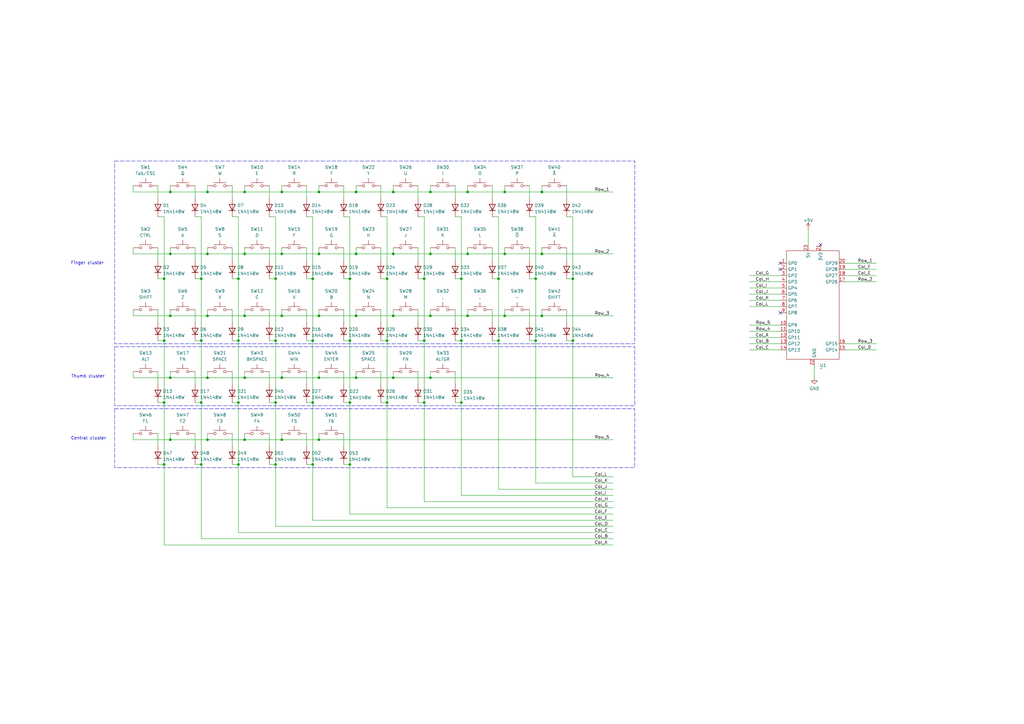
<source format=kicad_sch>
(kicad_sch (version 20231120) (generator "eeschema") (generator_version "8.0")
  (paper "A3")
  (title_block (title "CMDR Mainboard 51") (date "2020-02-04") (rev "01") (company "CMtec"))
  (junction (at 146.05 78.74))
  (junction (at 173.99 114.3))
  (junction (at 143.51 139.7))
  (junction (at 130.81 104.14))
  (junction (at 85.09 104.14))
  (junction (at 85.09 78.74))
  (junction (at 100.33 129.54))
  (junction (at 222.25 78.74))
  (junction (at 234.95 139.7))
  (junction (at 97.79 139.7))
  (junction (at 69.85 154.94))
  (junction (at 130.81 180.34))
  (junction (at 115.57 154.94))
  (junction (at 143.51 114.3))
  (junction (at 113.03 114.3))
  (junction (at 100.33 78.74))
  (junction (at 207.01 129.54))
  (junction (at 130.81 129.54))
  (junction (at 191.77 129.54))
  (junction (at 82.55 190.5))
  (junction (at 69.85 78.74))
  (junction (at 161.29 104.14))
  (junction (at 173.99 165.1))
  (junction (at 67.31 165.1))
  (junction (at 222.25 104.14))
  (junction (at 115.57 129.54))
  (junction (at 158.75 139.7))
  (junction (at 204.47 114.3))
  (junction (at 146.05 154.94))
  (junction (at 67.31 139.7))
  (junction (at 191.77 78.74))
  (junction (at 158.75 114.3))
  (junction (at 176.53 104.14))
  (junction (at 82.55 139.7))
  (junction (at 207.01 78.74))
  (junction (at 97.79 165.1))
  (junction (at 207.01 104.14))
  (junction (at 67.31 114.3))
  (junction (at 69.85 180.34))
  (junction (at 222.25 129.54))
  (junction (at 128.27 139.7))
  (junction (at 161.29 129.54))
  (junction (at 173.99 139.7))
  (junction (at 219.71 139.7))
  (junction (at 204.47 139.7))
  (junction (at 146.05 104.14))
  (junction (at 143.51 190.5))
  (junction (at 176.53 78.74))
  (junction (at 189.23 114.3))
  (junction (at 130.81 154.94))
  (junction (at 115.57 180.34))
  (junction (at 176.53 154.94))
  (junction (at 146.05 129.54))
  (junction (at 69.85 129.54))
  (junction (at 128.27 190.5))
  (junction (at 85.09 129.54))
  (junction (at 115.57 104.14))
  (junction (at 161.29 154.94))
  (junction (at 115.57 78.74))
  (junction (at 143.51 165.1))
  (junction (at 100.33 104.14))
  (junction (at 82.55 114.3))
  (junction (at 100.33 180.34))
  (junction (at 176.53 129.54))
  (junction (at 85.09 154.94))
  (junction (at 97.79 190.5))
  (junction (at 128.27 165.1))
  (junction (at 189.23 165.1))
  (junction (at 113.03 139.7))
  (junction (at 234.95 114.3))
  (junction (at 128.27 114.3))
  (junction (at 100.33 154.94))
  (junction (at 219.71 114.3))
  (junction (at 67.31 190.5))
  (junction (at 158.75 165.1))
  (junction (at 191.77 104.14))
  (junction (at 97.79 114.3))
  (junction (at 113.03 190.5))
  (junction (at 161.29 78.74))
  (junction (at 130.81 78.74))
  (junction (at 69.85 104.14))
  (junction (at 85.09 180.34))
  (junction (at 113.03 165.1))
  (junction (at 189.23 139.7))
  (junction (at 82.55 165.1))
  (no_connect (at 320.04 110.49))
  (no_connect (at 320.04 107.95))
  (no_connect (at 336.55 100.33))
  (no_connect (at 320.04 128.27))
  (wire (pts (xy 176.53 101.6) (xy 176.53 104.14)))
  (wire (pts (xy 146.05 101.6) (xy 146.05 104.14)))
  (wire (pts (xy 161.29 78.74) (xy 176.53 78.74)))
  (wire (pts (xy 307.34 120.65) (xy 320.04 120.65)))
  (wire (pts (xy 64.77 76.2) (xy 64.77 81.28)))
  (wire (pts (xy 219.71 139.7) (xy 219.71 198.12)))
  (wire (pts (xy 201.93 101.6) (xy 201.93 106.68)))
  (wire (pts (xy 97.79 165.1) (xy 97.79 190.5)))
  (wire (pts (xy 204.47 200.66) (xy 251.46 200.66)))
  (wire (pts (xy 331.47 93.98) (xy 331.47 100.33)))
  (wire (pts (xy 125.73 88.9) (xy 128.27 88.9)))
  (wire (pts (xy 82.55 220.98) (xy 251.46 220.98)))
  (wire (pts (xy 85.09 101.6) (xy 85.09 104.14)))
  (wire (pts (xy 64.77 190.5) (xy 67.31 190.5)))
  (wire (pts (xy 176.53 78.74) (xy 191.77 78.74)))
  (wire (pts (xy 128.27 88.9) (xy 128.27 114.3)))
  (wire (pts (xy 97.79 114.3) (xy 97.79 139.7)))
  (wire (pts (xy 156.21 88.9) (xy 158.75 88.9)))
  (wire (pts (xy 69.85 101.6) (xy 69.85 104.14)))
  (wire (pts (xy 54.61 104.14) (xy 69.85 104.14)))
  (wire (pts (xy 85.09 129.54) (xy 100.33 129.54)))
  (wire (pts (xy 143.51 190.5) (xy 143.51 210.82)))
  (wire (pts (xy 54.61 154.94) (xy 69.85 154.94)))
  (wire (pts (xy 54.61 129.54) (xy 69.85 129.54)))
  (wire (pts (xy 156.21 127) (xy 156.21 132.08)))
  (wire (pts (xy 115.57 154.94) (xy 130.81 154.94)))
  (wire (pts (xy 307.34 125.73) (xy 320.04 125.73)))
  (wire (pts (xy 346.71 107.95) (xy 359.41 107.95)))
  (wire (pts (xy 85.09 127) (xy 85.09 129.54)))
  (wire (pts (xy 346.71 110.49) (xy 359.41 110.49)))
  (wire (pts (xy 191.77 76.2) (xy 191.77 78.74)))
  (wire (pts (xy 232.41 101.6) (xy 232.41 106.68)))
  (wire (pts (xy 186.69 114.3) (xy 189.23 114.3)))
  (wire (pts (xy 204.47 139.7) (xy 201.93 139.7)))
  (wire (pts (xy 54.61 76.2) (xy 54.61 78.74)))
  (wire (pts (xy 176.53 152.4) (xy 176.53 154.94)))
  (wire (pts (xy 201.93 114.3) (xy 204.47 114.3)))
  (wire (pts (xy 130.81 78.74) (xy 146.05 78.74)))
  (wire (pts (xy 67.31 139.7) (xy 64.77 139.7)))
  (wire (pts (xy 67.31 190.5) (xy 67.31 223.52)))
  (wire (pts (xy 161.29 129.54) (xy 176.53 129.54)))
  (wire (pts (xy 113.03 139.7) (xy 113.03 165.1)))
  (wire (pts (xy 128.27 213.36) (xy 251.46 213.36)))
  (wire (pts (xy 85.09 154.94) (xy 100.33 154.94)))
  (wire (pts (xy 130.81 104.14) (xy 146.05 104.14)))
  (wire (pts (xy 173.99 88.9) (xy 173.99 114.3)))
  (wire (pts (xy 201.93 127) (xy 201.93 132.08)))
  (wire (pts (xy 85.09 78.74) (xy 100.33 78.74)))
  (wire (pts (xy 115.57 101.6) (xy 115.57 104.14)))
  (wire (pts (xy 80.01 114.3) (xy 82.55 114.3)))
  (wire (pts (xy 64.77 165.1) (xy 67.31 165.1)))
  (wire (pts (xy 100.33 76.2) (xy 100.33 78.74)))
  (wire (pts (xy 171.45 88.9) (xy 173.99 88.9)))
  (wire (pts (xy 100.33 104.14) (xy 115.57 104.14)))
  (wire (pts (xy 69.85 180.34) (xy 85.09 180.34)))
  (wire (pts (xy 128.27 165.1) (xy 128.27 190.5)))
  (wire (pts (xy 115.57 180.34) (xy 130.81 180.34)))
  (wire (pts (xy 82.55 139.7) (xy 82.55 165.1)))
  (wire (pts (xy 80.01 127) (xy 80.01 132.08)))
  (wire (pts (xy 191.77 78.74) (xy 207.01 78.74)))
  (wire (pts (xy 110.49 177.8) (xy 110.49 182.88)))
  (wire (pts (xy 82.55 165.1) (xy 82.55 190.5)))
  (wire (pts (xy 67.31 139.7) (xy 67.31 165.1)))
  (wire (pts (xy 130.81 76.2) (xy 130.81 78.74)))
  (wire (pts (xy 110.49 76.2) (xy 110.49 81.28)))
  (wire (pts (xy 207.01 101.6) (xy 207.01 104.14)))
  (wire (pts (xy 130.81 152.4) (xy 130.81 154.94)))
  (wire (pts (xy 307.34 135.89) (xy 320.04 135.89)))
  (wire (pts (xy 143.51 114.3) (xy 143.51 139.7)))
  (wire (pts (xy 189.23 139.7) (xy 189.23 165.1)))
  (wire (pts (xy 161.29 152.4) (xy 161.29 154.94)))
  (wire (pts (xy 110.49 114.3) (xy 113.03 114.3)))
  (wire (pts (xy 146.05 154.94) (xy 161.29 154.94)))
  (wire (pts (xy 161.29 76.2) (xy 161.29 78.74)))
  (wire (pts (xy 140.97 190.5) (xy 143.51 190.5)))
  (wire (pts (xy 176.53 129.54) (xy 191.77 129.54)))
  (wire (pts (xy 146.05 76.2) (xy 146.05 78.74)))
  (wire (pts (xy 95.25 88.9) (xy 97.79 88.9)))
  (wire (pts (xy 222.25 129.54) (xy 222.25 127)))
  (wire (pts (xy 100.33 180.34) (xy 115.57 180.34)))
  (wire (pts (xy 217.17 127) (xy 217.17 132.08)))
  (wire (pts (xy 69.85 78.74) (xy 85.09 78.74)))
  (wire (pts (xy 171.45 114.3) (xy 173.99 114.3)))
  (wire (pts (xy 95.25 152.4) (xy 95.25 157.48)))
  (wire (pts (xy 217.17 76.2) (xy 217.17 81.28)))
  (wire (pts (xy 207.01 127) (xy 207.01 129.54)))
  (wire (pts (xy 115.57 152.4) (xy 115.57 154.94)))
  (wire (pts (xy 189.23 88.9) (xy 189.23 114.3)))
  (wire (pts (xy 130.81 127) (xy 130.81 129.54)))
  (wire (pts (xy 64.77 177.8) (xy 64.77 182.88)))
  (wire (pts (xy 95.25 114.3) (xy 97.79 114.3)))
  (wire (pts (xy 143.51 165.1) (xy 143.51 190.5)))
  (wire (pts (xy 234.95 114.3) (xy 234.95 139.7)))
  (wire (pts (xy 115.57 104.14) (xy 130.81 104.14)))
  (wire (pts (xy 82.55 139.7) (xy 80.01 139.7)))
  (wire (pts (xy 54.61 180.34) (xy 69.85 180.34)))
  (wire (pts (xy 307.34 133.35) (xy 320.04 133.35)))
  (wire (pts (xy 140.97 152.4) (xy 140.97 157.48)))
  (wire (pts (xy 69.85 152.4) (xy 69.85 154.94)))
  (wire (pts (xy 207.01 78.74) (xy 222.25 78.74)))
  (wire (pts (xy 64.77 127) (xy 64.77 132.08)))
  (wire (pts (xy 54.61 78.74) (xy 69.85 78.74)))
  (wire (pts (xy 158.75 208.28) (xy 251.46 208.28)))
  (wire (pts (xy 307.34 123.19) (xy 320.04 123.19)))
  (wire (pts (xy 189.23 139.7) (xy 186.69 139.7)))
  (wire (pts (xy 234.95 139.7) (xy 232.41 139.7)))
  (wire (pts (xy 156.21 165.1) (xy 158.75 165.1)))
  (wire (pts (xy 222.25 104.14) (xy 222.25 101.6)))
  (wire (pts (xy 85.09 177.8) (xy 85.09 180.34)))
  (wire (pts (xy 158.75 165.1) (xy 158.75 208.28)))
  (wire (pts (xy 125.73 190.5) (xy 128.27 190.5)))
  (wire (pts (xy 217.17 88.9) (xy 219.71 88.9)))
  (wire (pts (xy 113.03 114.3) (xy 113.03 139.7)))
  (wire (pts (xy 95.25 127) (xy 95.25 132.08)))
  (wire (pts (xy 146.05 127) (xy 146.05 129.54)))
  (wire (pts (xy 97.79 139.7) (xy 95.25 139.7)))
  (wire (pts (xy 156.21 101.6) (xy 156.21 106.68)))
  (wire (pts (xy 207.01 76.2) (xy 207.01 78.74)))
  (wire (pts (xy 219.71 114.3) (xy 219.71 139.7)))
  (wire (pts (xy 128.27 139.7) (xy 128.27 165.1)))
  (wire (pts (xy 171.45 152.4) (xy 171.45 157.48)))
  (wire (pts (xy 140.97 165.1) (xy 143.51 165.1)))
  (wire (pts (xy 191.77 101.6) (xy 191.77 104.14)))
  (wire (pts (xy 125.73 114.3) (xy 128.27 114.3)))
  (wire (pts (xy 67.31 223.52) (xy 251.46 223.52)))
  (wire (pts (xy 69.85 127) (xy 69.85 129.54)))
  (wire (pts (xy 173.99 139.7) (xy 173.99 165.1)))
  (wire (pts (xy 80.01 76.2) (xy 80.01 81.28)))
  (wire (pts (xy 82.55 190.5) (xy 82.55 220.98)))
  (wire (pts (xy 222.25 129.54) (xy 251.46 129.54)))
  (wire (pts (xy 204.47 114.3) (xy 204.47 139.7)))
  (wire (pts (xy 204.47 139.7) (xy 204.47 200.66)))
  (wire (pts (xy 186.69 88.9) (xy 189.23 88.9)))
  (wire (pts (xy 113.03 88.9) (xy 113.03 114.3)))
  (wire (pts (xy 80.01 152.4) (xy 80.01 157.48)))
  (wire (pts (xy 82.55 114.3) (xy 82.55 139.7)))
  (wire (pts (xy 54.61 101.6) (xy 54.61 104.14)))
  (wire (pts (xy 222.25 78.74) (xy 222.25 76.2)))
  (wire (pts (xy 113.03 139.7) (xy 110.49 139.7)))
  (wire (pts (xy 64.77 88.9) (xy 67.31 88.9)))
  (wire (pts (xy 204.47 88.9) (xy 204.47 114.3)))
  (wire (pts (xy 130.81 129.54) (xy 146.05 129.54)))
  (wire (pts (xy 189.23 114.3) (xy 189.23 139.7)))
  (wire (pts (xy 110.49 152.4) (xy 110.49 157.48)))
  (wire (pts (xy 201.93 88.9) (xy 204.47 88.9)))
  (wire (pts (xy 100.33 177.8) (xy 100.33 180.34)))
  (wire (pts (xy 97.79 218.44) (xy 251.46 218.44)))
  (wire (pts (xy 161.29 104.14) (xy 176.53 104.14)))
  (wire (pts (xy 115.57 177.8) (xy 115.57 180.34)))
  (wire (pts (xy 234.95 195.58) (xy 251.46 195.58)))
  (wire (pts (xy 176.53 104.14) (xy 191.77 104.14)))
  (wire (pts (xy 146.05 104.14) (xy 161.29 104.14)))
  (wire (pts (xy 67.31 165.1) (xy 67.31 190.5)))
  (wire (pts (xy 143.51 139.7) (xy 140.97 139.7)))
  (wire (pts (xy 80.01 165.1) (xy 82.55 165.1)))
  (wire (pts (xy 207.01 104.14) (xy 222.25 104.14)))
  (wire (pts (xy 173.99 205.74) (xy 251.46 205.74)))
  (wire (pts (xy 125.73 127) (xy 125.73 132.08)))
  (wire (pts (xy 95.25 101.6) (xy 95.25 106.68)))
  (wire (pts (xy 219.71 198.12) (xy 251.46 198.12)))
  (wire (pts (xy 67.31 114.3) (xy 67.31 139.7)))
  (wire (pts (xy 128.27 114.3) (xy 128.27 139.7)))
  (wire (pts (xy 222.25 104.14) (xy 251.46 104.14)))
  (wire (pts (xy 176.53 154.94) (xy 251.46 154.94)))
  (wire (pts (xy 125.73 165.1) (xy 128.27 165.1)))
  (wire (pts (xy 95.25 76.2) (xy 95.25 81.28)))
  (wire (pts (xy 232.41 88.9) (xy 234.95 88.9)))
  (wire (pts (xy 207.01 129.54) (xy 222.25 129.54)))
  (wire (pts (xy 191.77 104.14) (xy 207.01 104.14)))
  (wire (pts (xy 95.25 190.5) (xy 97.79 190.5)))
  (wire (pts (xy 100.33 127) (xy 100.33 129.54)))
  (wire (pts (xy 115.57 129.54) (xy 130.81 129.54)))
  (wire (pts (xy 186.69 152.4) (xy 186.69 157.48)))
  (wire (pts (xy 125.73 177.8) (xy 125.73 182.88)))
  (wire (pts (xy 146.05 78.74) (xy 161.29 78.74)))
  (wire (pts (xy 334.01 149.86) (xy 334.01 154.94)))
  (wire (pts (xy 115.57 76.2) (xy 115.57 78.74)))
  (wire (pts (xy 110.49 165.1) (xy 113.03 165.1)))
  (wire (pts (xy 110.49 127) (xy 110.49 132.08)))
  (wire (pts (xy 54.61 152.4) (xy 54.61 154.94)))
  (wire (pts (xy 219.71 139.7) (xy 217.17 139.7)))
  (wire (pts (xy 158.75 139.7) (xy 158.75 165.1)))
  (wire (pts (xy 100.33 154.94) (xy 100.33 152.4)))
  (wire (pts (xy 189.23 203.2) (xy 251.46 203.2)))
  (wire (pts (xy 346.71 140.97) (xy 359.41 140.97)))
  (wire (pts (xy 176.53 127) (xy 176.53 129.54)))
  (wire (pts (xy 346.71 143.51) (xy 359.41 143.51)))
  (wire (pts (xy 80.01 177.8) (xy 80.01 182.88)))
  (wire (pts (xy 143.51 88.9) (xy 143.51 114.3)))
  (wire (pts (xy 161.29 154.94) (xy 176.53 154.94)))
  (wire (pts (xy 307.34 118.11) (xy 320.04 118.11)))
  (wire (pts (xy 128.27 139.7) (xy 125.73 139.7)))
  (wire (pts (xy 110.49 101.6) (xy 110.49 106.68)))
  (wire (pts (xy 85.09 152.4) (xy 85.09 154.94)))
  (wire (pts (xy 69.85 104.14) (xy 85.09 104.14)))
  (wire (pts (xy 171.45 165.1) (xy 173.99 165.1)))
  (wire (pts (xy 161.29 101.6) (xy 161.29 104.14)))
  (wire (pts (xy 110.49 88.9) (xy 113.03 88.9)))
  (wire (pts (xy 146.05 129.54) (xy 161.29 129.54)))
  (wire (pts (xy 128.27 190.5) (xy 128.27 213.36)))
  (wire (pts (xy 95.25 165.1) (xy 97.79 165.1)))
  (wire (pts (xy 232.41 127) (xy 232.41 132.08)))
  (wire (pts (xy 186.69 165.1) (xy 189.23 165.1)))
  (wire (pts (xy 130.81 154.94) (xy 146.05 154.94)))
  (wire (pts (xy 140.97 114.3) (xy 143.51 114.3)))
  (wire (pts (xy 171.45 76.2) (xy 171.45 81.28)))
  (wire (pts (xy 140.97 177.8) (xy 140.97 182.88)))
  (wire (pts (xy 191.77 127) (xy 191.77 129.54)))
  (wire (pts (xy 232.41 114.3) (xy 234.95 114.3)))
  (wire (pts (xy 125.73 152.4) (xy 125.73 157.48)))
  (wire (pts (xy 54.61 177.8) (xy 54.61 180.34)))
  (wire (pts (xy 143.51 139.7) (xy 143.51 165.1)))
  (wire (pts (xy 307.34 113.03) (xy 320.04 113.03)))
  (wire (pts (xy 80.01 190.5) (xy 82.55 190.5)))
  (wire (pts (xy 222.25 78.74) (xy 251.46 78.74)))
  (wire (pts (xy 85.09 104.14) (xy 100.33 104.14)))
  (wire (pts (xy 189.23 165.1) (xy 189.23 203.2)))
  (wire (pts (xy 158.75 88.9) (xy 158.75 114.3)))
  (wire (pts (xy 191.77 129.54) (xy 207.01 129.54)))
  (wire (pts (xy 173.99 165.1) (xy 173.99 205.74)))
  (wire (pts (xy 173.99 139.7) (xy 171.45 139.7)))
  (wire (pts (xy 140.97 101.6) (xy 140.97 106.68)))
  (wire (pts (xy 113.03 190.5) (xy 113.03 215.9)))
  (wire (pts (xy 100.33 78.74) (xy 115.57 78.74)))
  (wire (pts (xy 201.93 76.2) (xy 201.93 81.28)))
  (wire (pts (xy 346.71 115.57) (xy 359.41 115.57)))
  (wire (pts (xy 54.61 127) (xy 54.61 129.54)))
  (wire (pts (xy 115.57 78.74) (xy 130.81 78.74)))
  (wire (pts (xy 67.31 88.9) (xy 67.31 114.3)))
  (wire (pts (xy 307.34 115.57) (xy 320.04 115.57)))
  (wire (pts (xy 307.34 143.51) (xy 320.04 143.51)))
  (wire (pts (xy 85.09 76.2) (xy 85.09 78.74)))
  (wire (pts (xy 130.81 101.6) (xy 130.81 104.14)))
  (wire (pts (xy 140.97 76.2) (xy 140.97 81.28)))
  (wire (pts (xy 113.03 215.9) (xy 251.46 215.9)))
  (wire (pts (xy 143.51 210.82) (xy 251.46 210.82)))
  (wire (pts (xy 171.45 127) (xy 171.45 132.08)))
  (wire (pts (xy 156.21 152.4) (xy 156.21 157.48)))
  (wire (pts (xy 234.95 88.9) (xy 234.95 114.3)))
  (wire (pts (xy 140.97 88.9) (xy 143.51 88.9)))
  (wire (pts (xy 80.01 88.9) (xy 82.55 88.9)))
  (wire (pts (xy 161.29 127) (xy 161.29 129.54)))
  (wire (pts (xy 100.33 154.94) (xy 115.57 154.94)))
  (wire (pts (xy 115.57 127) (xy 115.57 129.54)))
  (wire (pts (xy 217.17 101.6) (xy 217.17 106.68)))
  (wire (pts (xy 186.69 76.2) (xy 186.69 81.28)))
  (wire (pts (xy 100.33 101.6) (xy 100.33 104.14)))
  (wire (pts (xy 97.79 88.9) (xy 97.79 114.3)))
  (wire (pts (xy 217.17 114.3) (xy 219.71 114.3)))
  (wire (pts (xy 158.75 114.3) (xy 158.75 139.7)))
  (wire (pts (xy 97.79 139.7) (xy 97.79 165.1)))
  (wire (pts (xy 110.49 190.5) (xy 113.03 190.5)))
  (wire (pts (xy 156.21 76.2) (xy 156.21 81.28)))
  (wire (pts (xy 100.33 129.54) (xy 115.57 129.54)))
  (wire (pts (xy 64.77 114.3) (xy 67.31 114.3)))
  (wire (pts (xy 232.41 76.2) (xy 232.41 81.28)))
  (wire (pts (xy 219.71 88.9) (xy 219.71 114.3)))
  (wire (pts (xy 140.97 127) (xy 140.97 132.08)))
  (wire (pts (xy 130.81 180.34) (xy 251.46 180.34)))
  (wire (pts (xy 176.53 76.2) (xy 176.53 78.74)))
  (wire (pts (xy 125.73 101.6) (xy 125.73 106.68)))
  (wire (pts (xy 80.01 101.6) (xy 80.01 106.68)))
  (wire (pts (xy 186.69 127) (xy 186.69 132.08)))
  (wire (pts (xy 113.03 165.1) (xy 113.03 190.5)))
  (wire (pts (xy 85.09 180.34) (xy 100.33 180.34)))
  (wire (pts (xy 146.05 152.4) (xy 146.05 154.94)))
  (wire (pts (xy 82.55 88.9) (xy 82.55 114.3)))
  (wire (pts (xy 69.85 76.2) (xy 69.85 78.74)))
  (wire (pts (xy 64.77 101.6) (xy 64.77 106.68)))
  (wire (pts (xy 171.45 101.6) (xy 171.45 106.68)))
  (wire (pts (xy 173.99 114.3) (xy 173.99 139.7)))
  (wire (pts (xy 307.34 138.43) (xy 320.04 138.43)))
  (wire (pts (xy 158.75 139.7) (xy 156.21 139.7)))
  (wire (pts (xy 64.77 152.4) (xy 64.77 157.48)))
  (wire (pts (xy 186.69 101.6) (xy 186.69 106.68)))
  (wire (pts (xy 69.85 129.54) (xy 85.09 129.54)))
  (wire (pts (xy 97.79 190.5) (xy 97.79 218.44)))
  (wire (pts (xy 156.21 114.3) (xy 158.75 114.3)))
  (wire (pts (xy 69.85 154.94) (xy 85.09 154.94)))
  (wire (pts (xy 69.85 177.8) (xy 69.85 180.34)))
  (wire (pts (xy 95.25 177.8) (xy 95.25 182.88)))
  (wire (pts (xy 346.71 113.03) (xy 359.41 113.03)))
  (wire (pts (xy 125.73 76.2) (xy 125.73 81.28)))
  (wire (pts (xy 234.95 139.7) (xy 234.95 195.58)))
  (wire (pts (xy 130.81 177.8) (xy 130.81 180.34)))
  (wire (pts (xy 307.34 140.97) (xy 320.04 140.97)))
  (rectangle (start 46.99 142.24) (end 260.35 166.37) (stroke (width 0) (type dash)))
  (rectangle (start 46.99 66.04) (end 260.35 140.97) (stroke (width 0) (type dash)))
  (rectangle (start 46.99 167.64) (end 260.35 191.77) (stroke (width 0) (type dash)))
  (text "Thumb cluster" (at 36.068 154.432 0) (effects (font (size 1.27 1.27))))
  (text "Finger cluster" (at 35.814 107.95 0) (effects (font (size 1.27 1.27))))
  (text "Central cluster" (at 36.322 179.832 0) (effects (font (size 1.27 1.27))))
  (label "Col_K" (at 243.84 198.12 0))
  (label "Row_2" (at 243.84 104.14 0))
  (label "Col_D" (at 243.84 215.9 0))
  (label "Col_I" (at 309.88 118.11 0))
  (label "Col_G" (at 243.84 208.28 0))
  (label "Col_C" (at 243.84 218.44 0))
  (label "Col_H" (at 243.84 205.74 0))
  (label "Col_G" (at 309.88 113.03 0))
  (label "Col_I" (at 243.84 203.2 0))
  (label "Col_K" (at 309.88 123.19 0))
  (label "Row_5" (at 243.84 180.34 0))
  (label "Col_L" (at 243.84 195.58 0))
  (label "Col_A" (at 243.84 223.52 0))
  (label "Col_F" (at 243.84 210.82 0))
  (label "Row_1" (at 243.84 78.74 0))
  (label "Col_L" (at 309.88 125.73 0))
  (label "Col_J" (at 309.88 120.65 0))
  (label "Col_B" (at 243.84 220.98 0))
  (label "Row_1" (at 351.79 107.95 0))
  (label "Col_H" (at 309.88 115.57 0))
  (label "Col_J" (at 243.84 200.66 0))
  (label "Row_4" (at 309.88 135.89 0))
  (label "Col_E" (at 351.79 113.03 0))
  (label "Row_5" (at 309.88 133.35 0))
  (label "Row_4" (at 243.84 154.94 0))
  (label "Row_3" (at 351.79 140.97 0))
  (label "Col_A" (at 309.88 138.43 0))
  (label "Col_C" (at 309.88 143.51 0))
  (label "Col_D" (at 351.79 143.51 0))
  (label "Col_E" (at 243.84 213.36 0))
  (label "Row_3" (at 243.84 129.54 0))
  (label "Col_F" (at 351.79 110.49 0))
  (label "Row_2" (at 351.79 115.57 0))
  (label "Col_B" (at 309.88 140.97 0))
  (symbol (lib_id "Diode:1N4148W") (at 110.49 161.29 90) (unit 1)
    (property "Reference" "D45" (at 112.522 160.4553 90) (effects (justify right)))
    (property "Value" "1N4148W" (at 112.522 162.9922 90) (effects (justify right)))
    (property "Footprint" "Diode_SMD:D_SOD-123" (effects (hide yes)))
    (property "Datasheet" "https://www.vishay.com/docs/85748/1n4148w.pdf" (effects (hide yes)))
  )
  (symbol (lib_id "Switch:SW_Push") (at 105.41 152.4 0) (unit 1)
    (property "Reference" "SW43" (at 105.41 144.78 0))
    (property "Value" "BKSPACE" (at 105.41 147.32 0))
    (property "Footprint" "PCM_Switch_Keyboard_Cherry_MX:SW_Cherry_MX_PCB_1.00u" (effects (hide yes)))
  )
  (symbol (lib_id "power:GND") (at 334.01 154.94 0) (unit 1)
    (property "Reference" "#PWR013" (effects (hide yes)))
    (property "Value" "GND" (at 334.01 159.3834 0))
  )
  (symbol (lib_id "Diode:1N4148W") (at 110.49 110.49 90) (unit 1)
    (property "Reference" "D11" (at 112.522 109.6553 90) (effects (justify right)))
    (property "Value" "1N4148W" (at 112.522 112.1922 90) (effects (justify right)))
    (property "Footprint" "Diode_SMD:D_SOD-123" (effects (hide yes)))
    (property "Datasheet" "https://www.vishay.com/docs/85748/1n4148w.pdf" (effects (hide yes)))
  )
  (symbol (lib_id "Diode:1N4148W") (at 186.69 135.89 90) (unit 1)
    (property "Reference" "D34" (at 188.722 135.0553 90) (effects (justify right)))
    (property "Value" "1N4148W" (at 188.722 137.5922 90) (effects (justify right)))
    (property "Footprint" "Diode_SMD:D_SOD-123" (effects (hide yes)))
    (property "Datasheet" "https://www.vishay.com/docs/85748/1n4148w.pdf" (effects (hide yes)))
  )
  (symbol (lib_id "Switch:SW_Push") (at 120.65 127 0) (unit 1)
    (property "Reference" "SW16" (at 120.65 119.38 0))
    (property "Value" "V" (at 120.65 121.92 0))
    (property "Footprint" "PCM_Switch_Keyboard_Cherry_MX:SW_Cherry_MX_PCB_1.00u" (effects (hide yes)))
  )
  (symbol (lib_id "Switch:SW_Push") (at 105.41 76.2 0) (unit 1)
    (property "Reference" "SW10" (at 105.41 68.58 0))
    (property "Value" "E" (at 105.41 71.12 0))
    (property "Footprint" "PCM_Switch_Keyboard_Cherry_MX:SW_Cherry_MX_PCB_1.00u" (effects (hide yes)))
  )
  (symbol (lib_id "Diode:1N4148W") (at 140.97 186.69 90) (unit 1)
    (property "Reference" "D53" (at 143.002 185.8553 90) (effects (justify right)))
    (property "Value" "1N4148W" (at 143.002 188.3922 90) (effects (justify right)))
    (property "Footprint" "Diode_SMD:D_SOD-123" (effects (hide yes)))
    (property "Datasheet" "https://www.vishay.com/docs/85748/1n4148w.pdf" (effects (hide yes)))
  )
  (symbol (lib_id "Diode:1N4148W") (at 201.93 135.89 90) (unit 1)
    (property "Reference" "D38" (at 203.962 135.0553 90) (effects (justify right)))
    (property "Value" "1N4148W" (at 203.962 137.5922 90) (effects (justify right)))
    (property "Footprint" "Diode_SMD:D_SOD-123" (effects (hide yes)))
    (property "Datasheet" "https://www.vishay.com/docs/85748/1n4148w.pdf" (effects (hide yes)))
  )
  (symbol (lib_id "Diode:1N4148W") (at 95.25 161.29 90) (unit 1)
    (property "Reference" "D21" (at 97.282 160.4553 90) (effects (justify right)))
    (property "Value" "1N4148W" (at 97.282 162.9922 90) (effects (justify right)))
    (property "Footprint" "Diode_SMD:D_SOD-123" (effects (hide yes)))
    (property "Datasheet" "https://www.vishay.com/docs/85748/1n4148w.pdf" (effects (hide yes)))
  )
  (symbol (lib_id "Switch:SW_Push") (at 59.69 152.4 0) (unit 1)
    (property "Reference" "SW13" (at 59.69 144.78 0))
    (property "Value" "ALT" (at 59.69 147.32 0))
    (property "Footprint" "PCM_Switch_Keyboard_Kailh:SW_Kailh_Choc_V1_1.00u" (effects (hide yes)))
  )
  (symbol (lib_id "Switch:SW_Push") (at 181.61 127 0) (unit 1)
    (property "Reference" "SW32" (at 181.61 119.38 0))
    (property "Value" "," (at 181.61 121.92 0))
    (property "Footprint" "PCM_Switch_Keyboard_Cherry_MX:SW_Cherry_MX_PCB_1.00u" (effects (hide yes)))
  )
  (symbol (lib_id "Switch:SW_Push") (at 59.69 127 0) (unit 1)
    (property "Reference" "SW3" (at 59.69 119.38 0))
    (property "Value" "SHIFT" (at 59.69 121.92 0))
    (property "Footprint" "PCM_Switch_Keyboard_Cherry_MX:SW_Cherry_MX_PCB_1.00u" (effects (hide yes)))
  )
  (symbol (lib_id "Diode:1N4148W") (at 217.17 85.09 90) (unit 1)
    (property "Reference" "D39" (at 219.202 84.2553 90) (effects (justify right)))
    (property "Value" "1N4148W" (at 219.202 86.7922 90) (effects (justify right)))
    (property "Footprint" "Diode_SMD:D_SOD-123" (effects (hide yes)))
    (property "Datasheet" "https://www.vishay.com/docs/85748/1n4148w.pdf" (effects (hide yes)))
  )
  (symbol (lib_id "Switch:SW_Push") (at 74.93 127 0) (unit 1)
    (property "Reference" "SW6" (at 74.93 119.38 0))
    (property "Value" "Z" (at 74.93 121.92 0))
    (property "Footprint" "PCM_Switch_Keyboard_Cherry_MX:SW_Cherry_MX_PCB_1.00u" (effects (hide yes)))
  )
  (symbol (lib_id "Switch:SW_Push") (at 227.33 101.6 0) (unit 1)
    (property "Reference" "SW41" (at 227.33 93.98 0))
    (property "Value" "Ä" (at 227.33 96.52 0))
    (property "Footprint" "PCM_Switch_Keyboard_Cherry_MX:SW_Cherry_MX_PCB_1.00u" (effects (hide yes)))
  )
  (symbol (lib_id "Switch:SW_Push") (at 59.69 177.8 0) (unit 1)
    (property "Reference" "SW46" (at 59.69 170.18 0))
    (property "Value" "F1" (at 59.69 172.72 0))
    (property "Footprint" "PCM_Switch_Keyboard_Cherry_MX:SW_Cherry_MX_PCB_1.00u" (effects (hide yes)))
  )
  (symbol (lib_id "Switch:SW_Push") (at 166.37 127 0) (unit 1)
    (property "Reference" "SW28" (at 166.37 119.38 0))
    (property "Value" "M" (at 166.37 121.92 0))
    (property "Footprint" "PCM_Switch_Keyboard_Cherry_MX:SW_Cherry_MX_PCB_1.00u" (effects (hide yes)))
  )
  (symbol (lib_id "Switch:SW_Push") (at 74.93 152.4 0) (unit 1)
    (property "Reference" "SW17" (at 74.93 144.78 0))
    (property "Value" "FN" (at 74.93 147.32 0))
    (property "Footprint" "PCM_Switch_Keyboard_Kailh:SW_Kailh_Choc_V1_1.00u" (effects (hide yes)))
  )
  (symbol (lib_id "Diode:1N4148W") (at 201.93 85.09 90) (unit 1)
    (property "Reference" "D36" (at 203.962 84.2553 90) (effects (justify right)))
    (property "Value" "1N4148W" (at 203.962 86.7922 90) (effects (justify right)))
    (property "Footprint" "Diode_SMD:D_SOD-123" (effects (hide yes)))
    (property "Datasheet" "https://www.vishay.com/docs/85748/1n4148w.pdf" (effects (hide yes)))
  )
  (symbol (lib_id "Diode:1N4148W") (at 232.41 135.89 90) (unit 1)
    (property "Reference" "D44" (at 234.442 135.0553 90) (effects (justify right)))
    (property "Value" "1N4148W" (at 234.442 137.5922 90) (effects (justify right)))
    (property "Footprint" "Diode_SMD:D_SOD-123" (effects (hide yes)))
    (property "Datasheet" "https://www.vishay.com/docs/85748/1n4148w.pdf" (effects (hide yes)))
  )
  (symbol (lib_id "Diode:1N4148W") (at 186.69 161.29 90) (unit 1)
    (property "Reference" "D35" (at 189.992 160.782 90) (effects (justify right)))
    (property "Value" "1N4148W" (at 189.992 163.322 90) (effects (justify right)))
    (property "Footprint" "Diode_SMD:D_SOD-123" (effects (hide yes)))
    (property "Datasheet" "https://www.vishay.com/docs/85748/1n4148w.pdf" (effects (hide yes)))
  )
  (symbol (lib_id "Diode:1N4148W") (at 64.77 186.69 90) (unit 1)
    (property "Reference" "D47" (at 66.802 185.8553 90) (effects (justify right)))
    (property "Value" "1N4148W" (at 66.802 188.3922 90) (effects (justify right)))
    (property "Footprint" "Diode_SMD:D_SOD-123" (effects (hide yes)))
    (property "Datasheet" "https://www.vishay.com/docs/85748/1n4148w.pdf" (effects (hide yes)))
  )
  (symbol (lib_id "Switch:SW_Push") (at 135.89 177.8 0) (unit 1)
    (property "Reference" "SW51" (at 135.89 170.18 0))
    (property "Value" "F6" (at 135.89 172.72 0))
    (property "Footprint" "PCM_Switch_Keyboard_Cherry_MX:SW_Cherry_MX_PCB_1.00u" (effects (hide yes)))
  )
  (symbol (lib_id "Switch:SW_Push") (at 166.37 76.2 0) (unit 1)
    (property "Reference" "SW26" (at 166.37 68.58 0))
    (property "Value" "U" (at 166.37 71.12 0))
    (property "Footprint" "PCM_Switch_Keyboard_Cherry_MX:SW_Cherry_MX_PCB_1.00u" (effects (hide yes)))
  )
  (symbol (lib_id "Switch:SW_Push") (at 90.17 76.2 0) (unit 1)
    (property "Reference" "SW7" (at 90.17 68.58 0))
    (property "Value" "W" (at 90.17 71.12 0))
    (property "Footprint" "PCM_Switch_Keyboard_Cherry_MX:SW_Cherry_MX_PCB_1.00u" (effects (hide yes)))
  )
  (symbol (lib_id "Diode:1N4148W") (at 110.49 186.69 90) (unit 1)
    (property "Reference" "D51" (at 112.522 185.8553 90) (effects (justify right)))
    (property "Value" "1N4148W" (at 112.522 188.3922 90) (effects (justify right)))
    (property "Footprint" "Diode_SMD:D_SOD-123" (effects (hide yes)))
    (property "Datasheet" "https://www.vishay.com/docs/85748/1n4148w.pdf" (effects (hide yes)))
  )
  (symbol (lib_id "power:+5V") (at 331.47 93.98 0) (unit 1)
    (property "Reference" "#PWR012" (effects (hide yes)))
    (property "Value" "+5V" (at 331.47 90.4042 0))
  )
  (symbol (lib_id "Diode:1N4148W") (at 232.41 110.49 90) (unit 1)
    (property "Reference" "D43" (at 234.442 109.6553 90) (effects (justify right)))
    (property "Value" "1N4148W" (at 234.442 112.1922 90) (effects (justify right)))
    (property "Footprint" "Diode_SMD:D_SOD-123" (effects (hide yes)))
    (property "Datasheet" "https://www.vishay.com/docs/85748/1n4148w.pdf" (effects (hide yes)))
  )
  (symbol (lib_id "Diode:1N4148W") (at 125.73 186.69 90) (unit 1)
    (property "Reference" "D52" (at 127.762 185.8553 90) (effects (justify right)))
    (property "Value" "1N4148W" (at 127.762 188.3922 90) (effects (justify right)))
    (property "Footprint" "Diode_SMD:D_SOD-123" (effects (hide yes)))
    (property "Datasheet" "https://www.vishay.com/docs/85748/1n4148w.pdf" (effects (hide yes)))
  )
  (symbol (lib_id "cmdr-joystick:rp2040zero_upside_down") (at 334.01 97.79 0) (unit 1)
    (property "Reference" "U1" (at 336.2041 149.86 0) (effects (justify left)))
    (property "Value" "~" (at 336.2041 151.13 0) (effects (justify left)))
    (property "Footprint" "cmdr-joystick:rp2040zero_upside_down" (effects (hide yes)))
  )
  (symbol (lib_id "Diode:1N4148W") (at 64.77 110.49 90) (unit 1)
    (property "Reference" "D2" (at 66.802 109.6553 90) (effects (justify right)))
    (property "Value" "1N4148W" (at 66.802 112.1922 90) (effects (justify right)))
    (property "Footprint" "Diode_SMD:D_SOD-123" (effects (hide yes)))
    (property "Datasheet" "https://www.vishay.com/docs/85748/1n4148w.pdf" (effects (hide yes)))
  )
  (symbol (lib_id "Diode:1N4148W") (at 156.21 135.89 90) (unit 1)
    (property "Reference" "D25" (at 158.242 135.0553 90) (effects (justify right)))
    (property "Value" "1N4148W" (at 158.242 137.5922 90) (effects (justify right)))
    (property "Footprint" "Diode_SMD:D_SOD-123" (effects (hide yes)))
    (property "Datasheet" "https://www.vishay.com/docs/85748/1n4148w.pdf" (effects (hide yes)))
  )
  (symbol (lib_id "Diode:1N4148W") (at 201.93 110.49 90) (unit 1)
    (property "Reference" "D37" (at 203.962 109.6553 90) (effects (justify right)))
    (property "Value" "1N4148W" (at 203.962 112.1922 90) (effects (justify right)))
    (property "Footprint" "Diode_SMD:D_SOD-123" (effects (hide yes)))
    (property "Datasheet" "https://www.vishay.com/docs/85748/1n4148w.pdf" (effects (hide yes)))
  )
  (symbol (lib_id "Diode:1N4148W") (at 95.25 85.09 90) (unit 1)
    (property "Reference" "D7" (at 97.282 84.2553 90) (effects (justify right)))
    (property "Value" "1N4148W" (at 97.282 86.7922 90) (effects (justify right)))
    (property "Footprint" "Diode_SMD:D_SOD-123" (effects (hide yes)))
    (property "Datasheet" "https://www.vishay.com/docs/85748/1n4148w.pdf" (effects (hide yes)))
  )
  (symbol (lib_id "Switch:SW_Push") (at 212.09 76.2 0) (unit 1)
    (property "Reference" "SW37" (at 212.09 68.58 0))
    (property "Value" "P" (at 212.09 71.12 0))
    (property "Footprint" "PCM_Switch_Keyboard_Cherry_MX:SW_Cherry_MX_PCB_1.00u" (effects (hide yes)))
  )
  (symbol (lib_id "Diode:1N4148W") (at 171.45 85.09 90) (unit 1)
    (property "Reference" "D28" (at 173.482 84.2553 90) (effects (justify right)))
    (property "Value" "1N4148W" (at 173.482 86.7922 90) (effects (justify right)))
    (property "Footprint" "Diode_SMD:D_SOD-123" (effects (hide yes)))
    (property "Datasheet" "https://www.vishay.com/docs/85748/1n4148w.pdf" (effects (hide yes)))
  )
  (symbol (lib_id "Diode:1N4148W") (at 140.97 110.49 90) (unit 1)
    (property "Reference" "D19" (at 143.002 109.6553 90) (effects (justify right)))
    (property "Value" "1N4148W" (at 143.002 112.1922 90) (effects (justify right)))
    (property "Footprint" "Diode_SMD:D_SOD-123" (effects (hide yes)))
    (property "Datasheet" "https://www.vishay.com/docs/85748/1n4148w.pdf" (effects (hide yes)))
  )
  (symbol (lib_id "Diode:1N4148W") (at 64.77 135.89 90) (unit 1)
    (property "Reference" "D3" (at 66.802 135.0553 90) (effects (justify right)))
    (property "Value" "1N4148W" (at 66.802 137.5922 90) (effects (justify right)))
    (property "Footprint" "Diode_SMD:D_SOD-123" (effects (hide yes)))
    (property "Datasheet" "https://www.vishay.com/docs/85748/1n4148w.pdf" (effects (hide yes)))
  )
  (symbol (lib_id "Switch:SW_Push") (at 135.89 152.4 0) (unit 1)
    (property "Reference" "SW45" (at 135.89 144.78 0))
    (property "Value" "ENTER" (at 135.89 147.32 0))
    (property "Footprint" "PCM_Switch_Keyboard_Cherry_MX:SW_Cherry_MX_PCB_1.00u" (effects (hide yes)))
  )
  (symbol (lib_id "Diode:1N4148W") (at 232.41 85.09 90) (unit 1)
    (property "Reference" "D42" (at 234.442 84.2553 90) (effects (justify right)))
    (property "Value" "1N4148W" (at 234.442 86.7922 90) (effects (justify right)))
    (property "Footprint" "Diode_SMD:D_SOD-123" (effects (hide yes)))
    (property "Datasheet" "https://www.vishay.com/docs/85748/1n4148w.pdf" (effects (hide yes)))
  )
  (symbol (lib_id "Switch:SW_Push") (at 212.09 101.6 0) (unit 1)
    (property "Reference" "SW38" (at 212.09 93.98 0))
    (property "Value" "Ö" (at 212.09 96.52 0))
    (property "Footprint" "PCM_Switch_Keyboard_Cherry_MX:SW_Cherry_MX_PCB_1.00u" (effects (hide yes)))
  )
  (symbol (lib_id "Switch:SW_Push") (at 90.17 101.6 0) (unit 1)
    (property "Reference" "SW8" (at 90.17 93.98 0))
    (property "Value" "S" (at 90.17 96.52 0))
    (property "Footprint" "PCM_Switch_Keyboard_Cherry_MX:SW_Cherry_MX_PCB_1.00u" (effects (hide yes)))
  )
  (symbol (lib_id "Diode:1N4148W") (at 140.97 85.09 90) (unit 1)
    (property "Reference" "D18" (at 143.002 84.2553 90) (effects (justify right)))
    (property "Value" "1N4148W" (at 143.002 86.7922 90) (effects (justify right)))
    (property "Footprint" "Diode_SMD:D_SOD-123" (effects (hide yes)))
    (property "Datasheet" "https://www.vishay.com/docs/85748/1n4148w.pdf" (effects (hide yes)))
  )
  (symbol (lib_id "Diode:1N4148W") (at 95.25 186.69 90) (unit 1)
    (property "Reference" "D49" (at 97.282 185.8553 90) (effects (justify right)))
    (property "Value" "1N4148W" (at 97.282 188.3922 90) (effects (justify right)))
    (property "Footprint" "Diode_SMD:D_SOD-123" (effects (hide yes)))
    (property "Datasheet" "https://www.vishay.com/docs/85748/1n4148w.pdf" (effects (hide yes)))
  )
  (symbol (lib_id "Switch:SW_Push") (at 120.65 177.8 0) (unit 1)
    (property "Reference" "SW50" (at 120.65 170.18 0))
    (property "Value" "F5" (at 120.65 172.72 0))
    (property "Footprint" "PCM_Switch_Keyboard_Cherry_MX:SW_Cherry_MX_PCB_1.00u" (effects (hide yes)))
  )
  (symbol (lib_id "Switch:SW_Push") (at 212.09 127 0) (unit 1)
    (property "Reference" "SW39" (at 212.09 119.38 0))
    (property "Value" "-" (at 212.09 121.92 0))
    (property "Footprint" "PCM_Switch_Keyboard_Cherry_MX:SW_Cherry_MX_PCB_1.00u" (effects (hide yes)))
  )
  (symbol (lib_id "Switch:SW_Push") (at 105.41 101.6 0) (unit 1)
    (property "Reference" "SW11" (at 105.41 93.98 0))
    (property "Value" "D" (at 105.41 96.52 0))
    (property "Footprint" "PCM_Switch_Keyboard_Cherry_MX:SW_Cherry_MX_PCB_1.00u" (effects (hide yes)))
  )
  (symbol (lib_id "Diode:1N4148W") (at 217.17 135.89 90) (unit 1)
    (property "Reference" "D41" (at 219.202 135.0553 90) (effects (justify right)))
    (property "Value" "1N4148W" (at 219.202 137.5922 90) (effects (justify right)))
    (property "Footprint" "Diode_SMD:D_SOD-123" (effects (hide yes)))
    (property "Datasheet" "https://www.vishay.com/docs/85748/1n4148w.pdf" (effects (hide yes)))
  )
  (symbol (lib_id "Switch:SW_Push") (at 196.85 101.6 0) (unit 1)
    (property "Reference" "SW35" (at 196.85 93.98 0))
    (property "Value" "L" (at 196.85 96.52 0))
    (property "Footprint" "PCM_Switch_Keyboard_Cherry_MX:SW_Cherry_MX_PCB_1.00u" (effects (hide yes)))
  )
  (symbol (lib_id "Diode:1N4148W") (at 80.01 186.69 90) (unit 1)
    (property "Reference" "D48" (at 82.042 185.8553 90) (effects (justify right)))
    (property "Value" "1N4148W" (at 82.042 188.3922 90) (effects (justify right)))
    (property "Footprint" "Diode_SMD:D_SOD-123" (effects (hide yes)))
    (property "Datasheet" "https://www.vishay.com/docs/85748/1n4148w.pdf" (effects (hide yes)))
  )
  (symbol (lib_id "Diode:1N4148W") (at 140.97 161.29 90) (unit 1)
    (property "Reference" "D22" (at 143.256 160.528 90) (effects (justify right)))
    (property "Value" "1N4148W" (at 143.256 163.068 90) (effects (justify right)))
    (property "Footprint" "Diode_SMD:D_SOD-123" (effects (hide yes)))
    (property "Datasheet" "https://www.vishay.com/docs/85748/1n4148w.pdf" (effects (hide yes)))
  )
  (symbol (lib_id "Switch:SW_Push") (at 120.65 76.2 0) (unit 1)
    (property "Reference" "SW14" (at 120.65 68.58 0))
    (property "Value" "R" (at 120.65 71.12 0))
    (property "Footprint" "PCM_Switch_Keyboard_Cherry_MX:SW_Cherry_MX_PCB_1.00u" (effects (hide yes)))
  )
  (symbol (lib_id "Switch:SW_Push") (at 74.93 101.6 0) (unit 1)
    (property "Reference" "SW5" (at 74.93 93.98 0))
    (property "Value" "A" (at 74.93 96.52 0))
    (property "Footprint" "PCM_Switch_Keyboard_Cherry_MX:SW_Cherry_MX_PCB_1.00u" (effects (hide yes)))
  )
  (symbol (lib_id "Switch:SW_Push") (at 181.61 101.6 0) (unit 1)
    (property "Reference" "SW31" (at 181.61 93.98 0))
    (property "Value" "K" (at 181.61 96.52 0))
    (property "Footprint" "PCM_Switch_Keyboard_Cherry_MX:SW_Cherry_MX_PCB_1.00u" (effects (hide yes)))
  )
  (symbol (lib_id "Switch:SW_Push") (at 151.13 127 0) (unit 1)
    (property "Reference" "SW24" (at 151.13 119.38 0))
    (property "Value" "N" (at 151.13 121.92 0))
    (property "Footprint" "PCM_Switch_Keyboard_Cherry_MX:SW_Cherry_MX_PCB_1.00u" (effects (hide yes)))
  )
  (symbol (lib_id "Diode:1N4148W") (at 110.49 135.89 90) (unit 1)
    (property "Reference" "D12" (at 112.522 135.0553 90) (effects (justify right)))
    (property "Value" "1N4148W" (at 112.522 137.5922 90) (effects (justify right)))
    (property "Footprint" "Diode_SMD:D_SOD-123" (effects (hide yes)))
    (property "Datasheet" "https://www.vishay.com/docs/85748/1n4148w.pdf" (effects (hide yes)))
  )
  (symbol (lib_id "Diode:1N4148W") (at 64.77 161.29 90) (unit 1)
    (property "Reference" "D13" (at 66.802 160.4553 90) (effects (justify right)))
    (property "Value" "1N4148W" (at 66.802 162.9922 90) (effects (justify right)))
    (property "Footprint" "Diode_SMD:D_SOD-123" (effects (hide yes)))
    (property "Datasheet" "https://www.vishay.com/docs/85748/1n4148w.pdf" (effects (hide yes)))
  )
  (symbol (lib_id "Switch:SW_Push") (at 90.17 152.4 0) (unit 1)
    (property "Reference" "SW21" (at 90.17 144.78 0))
    (property "Value" "SPACE" (at 90.17 147.32 0))
    (property "Footprint" "PCM_Switch_Keyboard_Kailh:SW_Kailh_Choc_V1_1.00u" (effects (hide yes)))
  )
  (symbol (lib_id "Switch:SW_Push") (at 120.65 152.4 0) (unit 1)
    (property "Reference" "SW44" (at 120.65 144.78 0))
    (property "Value" "WIN" (at 120.65 147.32 0))
    (property "Footprint" "PCM_Switch_Keyboard_Cherry_MX:SW_Cherry_MX_PCB_1.00u" (effects (hide yes)))
  )
  (symbol (lib_id "Diode:1N4148W") (at 125.73 110.49 90) (unit 1)
    (property "Reference" "D15" (at 127.762 109.6553 90) (effects (justify right)))
    (property "Value" "1N4148W" (at 127.762 112.1922 90) (effects (justify right)))
    (property "Footprint" "Diode_SMD:D_SOD-123" (effects (hide yes)))
    (property "Datasheet" "https://www.vishay.com/docs/85748/1n4148w.pdf" (effects (hide yes)))
  )
  (symbol (lib_id "Diode:1N4148W") (at 125.73 161.29 90) (unit 1)
    (property "Reference" "D27" (at 127.762 160.4553 90) (effects (justify right)))
    (property "Value" "1N4148W" (at 127.762 162.9922 90) (effects (justify right)))
    (property "Footprint" "Diode_SMD:D_SOD-123" (effects (hide yes)))
    (property "Datasheet" "https://www.vishay.com/docs/85748/1n4148w.pdf" (effects (hide yes)))
  )
  (symbol (lib_id "Switch:SW_Push") (at 135.89 76.2 0) (unit 1)
    (property "Reference" "SW18" (at 135.89 68.58 0))
    (property "Value" "T" (at 135.89 71.12 0))
    (property "Footprint" "PCM_Switch_Keyboard_Cherry_MX:SW_Cherry_MX_PCB_1.00u" (effects (hide yes)))
  )
  (symbol (lib_id "Diode:1N4148W") (at 171.45 161.29 90) (unit 1)
    (property "Reference" "D31" (at 173.482 160.4553 90) (effects (justify right)))
    (property "Value" "1N4148W" (at 173.482 162.9922 90) (effects (justify right)))
    (property "Footprint" "Diode_SMD:D_SOD-123" (effects (hide yes)))
    (property "Datasheet" "https://www.vishay.com/docs/85748/1n4148w.pdf" (effects (hide yes)))
  )
  (symbol (lib_id "Switch:SW_Push") (at 181.61 76.2 0) (unit 1)
    (property "Reference" "SW30" (at 181.61 68.58 0))
    (property "Value" "I" (at 181.61 71.12 0))
    (property "Footprint" "PCM_Switch_Keyboard_Cherry_MX:SW_Cherry_MX_PCB_1.00u" (effects (hide yes)))
  )
  (symbol (lib_id "Switch:SW_Push") (at 90.17 127 0) (unit 1)
    (property "Reference" "SW9" (at 90.17 119.38 0))
    (property "Value" "X" (at 90.17 121.92 0))
    (property "Footprint" "PCM_Switch_Keyboard_Cherry_MX:SW_Cherry_MX_PCB_1.00u" (effects (hide yes)))
  )
  (symbol (lib_id "Diode:1N4148W") (at 186.69 85.09 90) (unit 1)
    (property "Reference" "D32" (at 188.722 84.2553 90) (effects (justify right)))
    (property "Value" "1N4148W" (at 188.722 86.7922 90) (effects (justify right)))
    (property "Footprint" "Diode_SMD:D_SOD-123" (effects (hide yes)))
    (property "Datasheet" "https://www.vishay.com/docs/85748/1n4148w.pdf" (effects (hide yes)))
  )
  (symbol (lib_id "Switch:SW_Push") (at 166.37 101.6 0) (unit 1)
    (property "Reference" "SW27" (at 166.37 93.98 0))
    (property "Value" "J" (at 166.37 96.52 0))
    (property "Footprint" "PCM_Switch_Keyboard_Cherry_MX:SW_Cherry_MX_PCB_1.00u" (effects (hide yes)))
  )
  (symbol (lib_id "Diode:1N4148W") (at 217.17 110.49 90) (unit 1)
    (property "Reference" "D40" (at 219.202 109.6553 90) (effects (justify right)))
    (property "Value" "1N4148W" (at 219.202 112.1922 90) (effects (justify right)))
    (property "Footprint" "Diode_SMD:D_SOD-123" (effects (hide yes)))
    (property "Datasheet" "https://www.vishay.com/docs/85748/1n4148w.pdf" (effects (hide yes)))
  )
  (symbol (lib_id "Diode:1N4148W") (at 80.01 161.29 90) (unit 1)
    (property "Reference" "D17" (at 82.042 160.4553 90) (effects (justify right)))
    (property "Value" "1N4148W" (at 82.042 162.9922 90) (effects (justify right)))
    (property "Footprint" "Diode_SMD:D_SOD-123" (effects (hide yes)))
    (property "Datasheet" "https://www.vishay.com/docs/85748/1n4148w.pdf" (effects (hide yes)))
  )
  (symbol (lib_id "Switch:SW_Push") (at 151.13 152.4 0) (unit 1)
    (property "Reference" "SW25" (at 151.13 144.78 0))
    (property "Value" "SPACE" (at 151.13 147.32 0))
    (property "Footprint" "PCM_Switch_Keyboard_Kailh:SW_Kailh_Choc_V1_1.00u" (effects (hide yes)))
  )
  (symbol (lib_id "Switch:SW_Push") (at 105.41 177.8 0) (unit 1)
    (property "Reference" "SW49" (at 105.41 170.18 0))
    (property "Value" "F4" (at 105.41 172.72 0))
    (property "Footprint" "PCM_Switch_Keyboard_Cherry_MX:SW_Cherry_MX_PCB_1.00u" (effects (hide yes)))
  )
  (symbol (lib_id "Switch:SW_Push") (at 196.85 127 0) (unit 1)
    (property "Reference" "SW36" (at 196.85 119.38 0))
    (property "Value" "." (at 196.85 121.92 0))
    (property "Footprint" "PCM_Switch_Keyboard_Cherry_MX:SW_Cherry_MX_PCB_1.00u" (effects (hide yes)))
  )
  (symbol (lib_id "Diode:1N4148W") (at 171.45 110.49 90) (unit 1)
    (property "Reference" "D29" (at 173.482 109.6553 90) (effects (justify right)))
    (property "Value" "1N4148W" (at 173.482 112.1922 90) (effects (justify right)))
    (property "Footprint" "Diode_SMD:D_SOD-123" (effects (hide yes)))
    (property "Datasheet" "https://www.vishay.com/docs/85748/1n4148w.pdf" (effects (hide yes)))
  )
  (symbol (lib_id "Diode:1N4148W") (at 95.25 135.89 90) (unit 1)
    (property "Reference" "D9" (at 97.282 135.0553 90) (effects (justify right)))
    (property "Value" "1N4148W" (at 97.282 137.5922 90) (effects (justify right)))
    (property "Footprint" "Diode_SMD:D_SOD-123" (effects (hide yes)))
    (property "Datasheet" "https://www.vishay.com/docs/85748/1n4148w.pdf" (effects (hide yes)))
  )
  (symbol (lib_id "Diode:1N4148W") (at 110.49 85.09 90) (unit 1)
    (property "Reference" "D10" (at 112.522 84.2553 90) (effects (justify right)))
    (property "Value" "1N4148W" (at 112.522 86.7922 90) (effects (justify right)))
    (property "Footprint" "Diode_SMD:D_SOD-123" (effects (hide yes)))
    (property "Datasheet" "https://www.vishay.com/docs/85748/1n4148w.pdf" (effects (hide yes)))
  )
  (symbol (lib_id "Switch:SW_Push") (at 151.13 76.2 0) (unit 1)
    (property "Reference" "SW22" (at 151.13 68.58 0))
    (property "Value" "Y" (at 151.13 71.12 0))
    (property "Footprint" "PCM_Switch_Keyboard_Cherry_MX:SW_Cherry_MX_PCB_1.00u" (effects (hide yes)))
  )
  (symbol (lib_id "Switch:SW_Push") (at 166.37 152.4 0) (unit 1)
    (property "Reference" "SW29" (at 166.37 144.78 0))
    (property "Value" "FN" (at 166.37 147.32 0))
    (property "Footprint" "PCM_Switch_Keyboard_Kailh:SW_Kailh_Choc_V1_1.00u" (effects (hide yes)))
  )
  (symbol (lib_id "Diode:1N4148W") (at 125.73 85.09 90) (unit 1)
    (property "Reference" "D14" (at 127.762 84.2553 90) (effects (justify right)))
    (property "Value" "1N4148W" (at 127.762 86.7922 90) (effects (justify right)))
    (property "Footprint" "Diode_SMD:D_SOD-123" (effects (hide yes)))
    (property "Datasheet" "https://www.vishay.com/docs/85748/1n4148w.pdf" (effects (hide yes)))
  )
  (symbol (lib_id "Switch:SW_Push") (at 135.89 127 0) (unit 1)
    (property "Reference" "SW20" (at 135.89 119.38 0))
    (property "Value" "B" (at 135.89 121.92 0))
    (property "Footprint" "PCM_Switch_Keyboard_Cherry_MX:SW_Cherry_MX_PCB_1.00u" (effects (hide yes)))
  )
  (symbol (lib_id "Diode:1N4148W") (at 140.97 135.89 90) (unit 1)
    (property "Reference" "D20" (at 143.002 135.0553 90) (effects (justify right)))
    (property "Value" "1N4148W" (at 143.002 137.5922 90) (effects (justify right)))
    (property "Footprint" "Diode_SMD:D_SOD-123" (effects (hide yes)))
    (property "Datasheet" "https://www.vishay.com/docs/85748/1n4148w.pdf" (effects (hide yes)))
  )
  (symbol (lib_id "Switch:SW_Push") (at 181.61 152.4 0) (unit 1)
    (property "Reference" "SW33" (at 181.61 144.78 0))
    (property "Value" "ALTGR" (at 181.61 147.32 0))
    (property "Footprint" "PCM_Switch_Keyboard_Kailh:SW_Kailh_Choc_V1_1.00u" (effects (hide yes)))
  )
  (symbol (lib_id "Switch:SW_Push") (at 135.89 101.6 0) (unit 1)
    (property "Reference" "SW19" (at 135.89 93.98 0))
    (property "Value" "G" (at 135.89 96.52 0))
    (property "Footprint" "PCM_Switch_Keyboard_Cherry_MX:SW_Cherry_MX_PCB_1.00u" (effects (hide yes)))
  )
  (symbol (lib_id "Switch:SW_Push") (at 227.33 127 0) (unit 1)
    (property "Reference" "SW42" (at 227.33 119.38 0))
    (property "Value" "SHIFT" (at 227.33 121.92 0))
    (property "Footprint" "PCM_Switch_Keyboard_Cherry_MX:SW_Cherry_MX_PCB_1.00u" (effects (hide yes)))
  )
  (symbol (lib_id "Switch:SW_Push") (at 227.33 76.2 0) (unit 1)
    (property "Reference" "SW40" (at 227.33 68.58 0))
    (property "Value" "Å" (at 227.33 71.12 0))
    (property "Footprint" "PCM_Switch_Keyboard_Cherry_MX:SW_Cherry_MX_PCB_1.00u" (effects (hide yes)))
  )
  (symbol (lib_id "Diode:1N4148W") (at 64.77 85.09 90) (unit 1)
    (property "Reference" "D1" (at 66.802 84.2553 90) (effects (justify right)))
    (property "Value" "1N4148W" (at 66.802 86.7922 90) (effects (justify right)))
    (property "Footprint" "Diode_SMD:D_SOD-123" (effects (hide yes)))
    (property "Datasheet" "https://www.vishay.com/docs/85748/1n4148w.pdf" (effects (hide yes)))
  )
  (symbol (lib_id "Switch:SW_Push") (at 151.13 101.6 0) (unit 1)
    (property "Reference" "SW23" (at 151.13 93.98 0))
    (property "Value" "H" (at 151.13 96.52 0))
    (property "Footprint" "PCM_Switch_Keyboard_Cherry_MX:SW_Cherry_MX_PCB_1.00u" (effects (hide yes)))
  )
  (symbol (lib_id "Diode:1N4148W") (at 95.25 110.49 90) (unit 1)
    (property "Reference" "D8" (at 97.282 109.6553 90) (effects (justify right)))
    (property "Value" "1N4148W" (at 97.282 112.1922 90) (effects (justify right)))
    (property "Footprint" "Diode_SMD:D_SOD-123" (effects (hide yes)))
    (property "Datasheet" "https://www.vishay.com/docs/85748/1n4148w.pdf" (effects (hide yes)))
  )
  (symbol (lib_id "Diode:1N4148W") (at 80.01 135.89 90) (unit 1)
    (property "Reference" "D6" (at 82.042 135.0553 90) (effects (justify right)))
    (property "Value" "1N4148W" (at 82.042 137.5922 90) (effects (justify right)))
    (property "Footprint" "Diode_SMD:D_SOD-123" (effects (hide yes)))
    (property "Datasheet" "https://www.vishay.com/docs/85748/1n4148w.pdf" (effects (hide yes)))
  )
  (symbol (lib_id "Diode:1N4148W") (at 156.21 85.09 90) (unit 1)
    (property "Reference" "D23" (at 158.242 84.2553 90) (effects (justify right)))
    (property "Value" "1N4148W" (at 158.242 86.7922 90) (effects (justify right)))
    (property "Footprint" "Diode_SMD:D_SOD-123" (effects (hide yes)))
    (property "Datasheet" "https://www.vishay.com/docs/85748/1n4148w.pdf" (effects (hide yes)))
  )
  (symbol (lib_id "Diode:1N4148W") (at 80.01 110.49 90) (unit 1)
    (property "Reference" "D5" (at 82.042 109.6553 90) (effects (justify right)))
    (property "Value" "1N4148W" (at 82.042 112.1922 90) (effects (justify right)))
    (property "Footprint" "Diode_SMD:D_SOD-123" (effects (hide yes)))
    (property "Datasheet" "https://www.vishay.com/docs/85748/1n4148w.pdf" (effects (hide yes)))
  )
  (symbol (lib_id "Switch:SW_Push") (at 105.41 127 0) (unit 1)
    (property "Reference" "SW12" (at 105.41 119.38 0))
    (property "Value" "C" (at 105.41 121.92 0))
    (property "Footprint" "PCM_Switch_Keyboard_Cherry_MX:SW_Cherry_MX_PCB_1.00u" (effects (hide yes)))
  )
  (symbol (lib_id "Diode:1N4148W") (at 156.21 110.49 90) (unit 1)
    (property "Reference" "D24" (at 158.242 109.6553 90) (effects (justify right)))
    (property "Value" "1N4148W" (at 158.242 112.1922 90) (effects (justify right)))
    (property "Footprint" "Diode_SMD:D_SOD-123" (effects (hide yes)))
    (property "Datasheet" "https://www.vishay.com/docs/85748/1n4148w.pdf" (effects (hide yes)))
  )
  (symbol (lib_id "Diode:1N4148W") (at 125.73 135.89 90) (unit 1)
    (property "Reference" "D16" (at 127.762 135.0553 90) (effects (justify right)))
    (property "Value" "1N4148W" (at 127.762 137.5922 90) (effects (justify right)))
    (property "Footprint" "Diode_SMD:D_SOD-123" (effects (hide yes)))
    (property "Datasheet" "https://www.vishay.com/docs/85748/1n4148w.pdf" (effects (hide yes)))
  )
  (symbol (lib_id "Diode:1N4148W") (at 171.45 135.89 90) (unit 1)
    (property "Reference" "D30" (at 173.482 135.0553 90) (effects (justify right)))
    (property "Value" "1N4148W" (at 173.482 137.5922 90) (effects (justify right)))
    (property "Footprint" "Diode_SMD:D_SOD-123" (effects (hide yes)))
    (property "Datasheet" "https://www.vishay.com/docs/85748/1n4148w.pdf" (effects (hide yes)))
  )
  (symbol (lib_id "Diode:1N4148W") (at 156.21 161.29 90) (unit 1)
    (property "Reference" "D26" (at 158.242 160.4553 90) (effects (justify right)))
    (property "Value" "1N4148W" (at 158.242 162.9922 90) (effects (justify right)))
    (property "Footprint" "Diode_SMD:D_SOD-123" (effects (hide yes)))
    (property "Datasheet" "https://www.vishay.com/docs/85748/1n4148w.pdf" (effects (hide yes)))
  )
  (symbol (lib_id "Switch:SW_Push") (at 90.17 177.8 0) (unit 1)
    (property "Reference" "SW48" (at 90.17 170.18 0))
    (property "Value" "F3" (at 90.17 172.72 0))
    (property "Footprint" "PCM_Switch_Keyboard_Cherry_MX:SW_Cherry_MX_PCB_1.00u" (effects (hide yes)))
  )
  (symbol (lib_id "Diode:1N4148W") (at 80.01 85.09 90) (unit 1)
    (property "Reference" "D4" (at 82.042 84.2553 90) (effects (justify right)))
    (property "Value" "1N4148W" (at 82.042 86.7922 90) (effects (justify right)))
    (property "Footprint" "Diode_SMD:D_SOD-123" (effects (hide yes)))
    (property "Datasheet" "https://www.vishay.com/docs/85748/1n4148w.pdf" (effects (hide yes)))
  )
  (symbol (lib_id "Switch:SW_Push") (at 59.69 101.6 0) (unit 1)
    (property "Reference" "SW2" (at 59.69 93.98 0))
    (property "Value" "CTRL" (at 59.69 96.52 0))
    (property "Footprint" "PCM_Switch_Keyboard_Cherry_MX:SW_Cherry_MX_PCB_1.00u" (effects (hide yes)))
  )
  (symbol (lib_id "Switch:SW_Push") (at 59.69 76.2 0) (unit 1)
    (property "Reference" "SW1" (at 59.69 68.58 0))
    (property "Value" "Tab/ESC" (at 59.69 71.12 0))
    (property "Footprint" "PCM_Switch_Keyboard_Cherry_MX:SW_Cherry_MX_PCB_1.00u" (effects (hide yes)))
  )
  (symbol (lib_id "Diode:1N4148W") (at 186.69 110.49 90) (unit 1)
    (property "Reference" "D33" (at 188.722 109.6553 90) (effects (justify right)))
    (property "Value" "1N4148W" (at 188.722 112.1922 90) (effects (justify right)))
    (property "Footprint" "Diode_SMD:D_SOD-123" (effects (hide yes)))
    (property "Datasheet" "https://www.vishay.com/docs/85748/1n4148w.pdf" (effects (hide yes)))
  )
  (symbol (lib_id "Switch:SW_Push") (at 74.93 76.2 0) (unit 1)
    (property "Reference" "SW4" (at 74.93 68.58 0))
    (property "Value" "Q" (at 74.93 71.12 0))
    (property "Footprint" "PCM_Switch_Keyboard_Cherry_MX:SW_Cherry_MX_PCB_1.00u" (effects (hide yes)))
  )
  (symbol (lib_id "Switch:SW_Push") (at 196.85 76.2 0) (unit 1)
    (property "Reference" "SW34" (at 196.85 68.58 0))
    (property "Value" "O" (at 196.85 71.12 0))
    (property "Footprint" "PCM_Switch_Keyboard_Cherry_MX:SW_Cherry_MX_PCB_1.00u" (effects (hide yes)))
  )
  (symbol (lib_id "Switch:SW_Push") (at 74.93 177.8 0) (unit 1)
    (property "Reference" "SW47" (at 74.93 170.18 0))
    (property "Value" "F2" (at 74.93 172.72 0))
    (property "Footprint" "PCM_Switch_Keyboard_Cherry_MX:SW_Cherry_MX_PCB_1.00u" (effects (hide yes)))
  )
  (symbol (lib_id "Switch:SW_Push") (at 120.65 101.6 0) (unit 1)
    (property "Reference" "SW15" (at 120.65 93.98 0))
    (property "Value" "F" (at 120.65 96.52 0))
    (property "Footprint" "PCM_Switch_Keyboard_Cherry_MX:SW_Cherry_MX_PCB_1.00u" (effects (hide yes)))
  )
)
</source>
